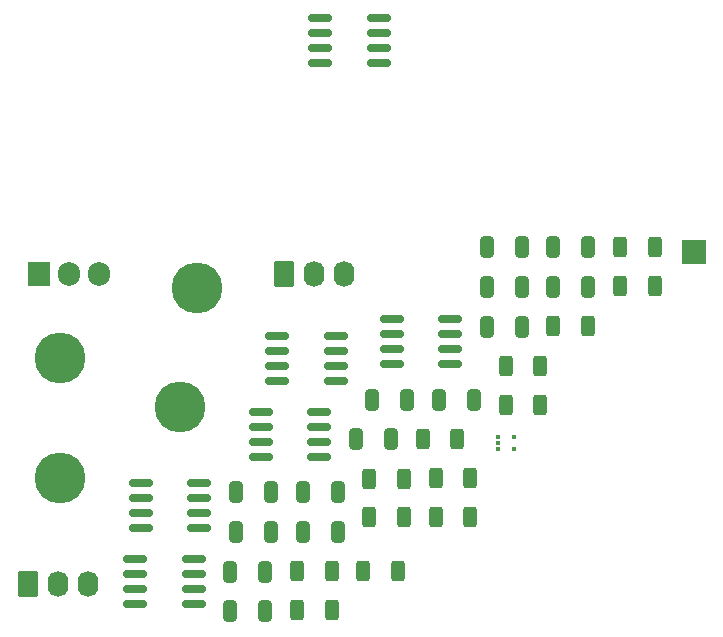
<source format=gbr>
%TF.GenerationSoftware,KiCad,Pcbnew,(6.0.1-0)*%
%TF.CreationDate,2023-01-23T11:43:20-05:00*%
%TF.ProjectId,Bias Coil Driver Full,42696173-2043-46f6-996c-204472697665,rev?*%
%TF.SameCoordinates,Original*%
%TF.FileFunction,Soldermask,Top*%
%TF.FilePolarity,Negative*%
%FSLAX46Y46*%
G04 Gerber Fmt 4.6, Leading zero omitted, Abs format (unit mm)*
G04 Created by KiCad (PCBNEW (6.0.1-0)) date 2023-01-23 11:43:20*
%MOMM*%
%LPD*%
G01*
G04 APERTURE LIST*
G04 Aperture macros list*
%AMRoundRect*
0 Rectangle with rounded corners*
0 $1 Rounding radius*
0 $2 $3 $4 $5 $6 $7 $8 $9 X,Y pos of 4 corners*
0 Add a 4 corners polygon primitive as box body*
4,1,4,$2,$3,$4,$5,$6,$7,$8,$9,$2,$3,0*
0 Add four circle primitives for the rounded corners*
1,1,$1+$1,$2,$3*
1,1,$1+$1,$4,$5*
1,1,$1+$1,$6,$7*
1,1,$1+$1,$8,$9*
0 Add four rect primitives between the rounded corners*
20,1,$1+$1,$2,$3,$4,$5,0*
20,1,$1+$1,$4,$5,$6,$7,0*
20,1,$1+$1,$6,$7,$8,$9,0*
20,1,$1+$1,$8,$9,$2,$3,0*%
G04 Aperture macros list end*
%ADD10RoundRect,0.250000X-0.325000X-0.650000X0.325000X-0.650000X0.325000X0.650000X-0.325000X0.650000X0*%
%ADD11RoundRect,0.250000X-0.620000X-0.845000X0.620000X-0.845000X0.620000X0.845000X-0.620000X0.845000X0*%
%ADD12O,1.740000X2.190000*%
%ADD13C,4.300000*%
%ADD14RoundRect,0.150000X-0.825000X-0.150000X0.825000X-0.150000X0.825000X0.150000X-0.825000X0.150000X0*%
%ADD15R,0.450000X0.300000*%
%ADD16R,1.905000X2.000000*%
%ADD17O,1.905000X2.000000*%
%ADD18RoundRect,0.250000X-0.312500X-0.625000X0.312500X-0.625000X0.312500X0.625000X-0.312500X0.625000X0*%
%ADD19R,2.000000X2.000000*%
G04 APERTURE END LIST*
D10*
%TO.C,C1*%
X86925000Y-65555000D03*
X89875000Y-65555000D03*
%TD*%
%TO.C,C12*%
X86445000Y-75605000D03*
X89395000Y-75605000D03*
%TD*%
%TO.C,C11*%
X108145000Y-48155000D03*
X111095000Y-48155000D03*
%TD*%
%TO.C,C10*%
X92575000Y-65555000D03*
X95525000Y-65555000D03*
%TD*%
%TO.C,C9*%
X108145000Y-44805000D03*
X111095000Y-44805000D03*
%TD*%
%TO.C,C8*%
X86925000Y-68905000D03*
X89875000Y-68905000D03*
%TD*%
%TO.C,C7*%
X104125000Y-57705000D03*
X107075000Y-57705000D03*
%TD*%
%TO.C,C6*%
X86445000Y-72255000D03*
X89395000Y-72255000D03*
%TD*%
%TO.C,C5*%
X98475000Y-57705000D03*
X101425000Y-57705000D03*
%TD*%
%TO.C,C4*%
X108145000Y-51505000D03*
X111095000Y-51505000D03*
%TD*%
%TO.C,C3*%
X113795000Y-48155000D03*
X116745000Y-48155000D03*
%TD*%
%TO.C,C2*%
X92575000Y-68905000D03*
X95525000Y-68905000D03*
%TD*%
%TO.C,C13*%
X97075000Y-61055000D03*
X100025000Y-61055000D03*
%TD*%
%TO.C,C14*%
X113795000Y-44805000D03*
X116745000Y-44805000D03*
%TD*%
D11*
%TO.C,J2*%
X90970000Y-47075000D03*
D12*
X93510000Y-47075000D03*
X96050000Y-47075000D03*
%TD*%
D11*
%TO.C,J4*%
X69270000Y-73335000D03*
D12*
X71810000Y-73335000D03*
X74350000Y-73335000D03*
%TD*%
D13*
%TO.C,H3*%
X72050000Y-54165000D03*
%TD*%
%TO.C,H2*%
X83600000Y-48205000D03*
%TD*%
%TO.C,H1*%
X72050000Y-64315000D03*
%TD*%
%TO.C,H4*%
X82200000Y-58355000D03*
%TD*%
D14*
%TO.C,U1*%
X78875000Y-64750000D03*
X78875000Y-66020000D03*
X78875000Y-67290000D03*
X78875000Y-68560000D03*
X83825000Y-68560000D03*
X83825000Y-67290000D03*
X83825000Y-66020000D03*
X83825000Y-64750000D03*
%TD*%
%TO.C,U2*%
X89025000Y-58750000D03*
X89025000Y-60020000D03*
X89025000Y-61290000D03*
X89025000Y-62560000D03*
X93975000Y-62560000D03*
X93975000Y-61290000D03*
X93975000Y-60020000D03*
X93975000Y-58750000D03*
%TD*%
%TO.C,U3*%
X94045000Y-25400000D03*
X94045000Y-26670000D03*
X94045000Y-27940000D03*
X94045000Y-29210000D03*
X98995000Y-29210000D03*
X98995000Y-27940000D03*
X98995000Y-26670000D03*
X98995000Y-25400000D03*
%TD*%
%TO.C,U4*%
X78395000Y-71200000D03*
X78395000Y-72470000D03*
X78395000Y-73740000D03*
X78395000Y-75010000D03*
X83345000Y-75010000D03*
X83345000Y-73740000D03*
X83345000Y-72470000D03*
X83345000Y-71200000D03*
%TD*%
%TO.C,U5*%
X100095000Y-50900000D03*
X100095000Y-52170000D03*
X100095000Y-53440000D03*
X100095000Y-54710000D03*
X105045000Y-54710000D03*
X105045000Y-53440000D03*
X105045000Y-52170000D03*
X105045000Y-50900000D03*
%TD*%
%TO.C,U6*%
X90425000Y-52300000D03*
X90425000Y-53570000D03*
X90425000Y-54840000D03*
X90425000Y-56110000D03*
X95375000Y-56110000D03*
X95375000Y-54840000D03*
X95375000Y-53570000D03*
X95375000Y-52300000D03*
%TD*%
D15*
%TO.C,U8*%
X109100000Y-60885000D03*
X109100000Y-61385000D03*
X109100000Y-61885000D03*
X110500000Y-61885000D03*
X110500000Y-60885000D03*
%TD*%
D16*
%TO.C,U9*%
X70210000Y-47055000D03*
D17*
X72750000Y-47055000D03*
X75290000Y-47055000D03*
%TD*%
D18*
%TO.C,R1*%
X119437500Y-44775000D03*
X122362500Y-44775000D03*
%TD*%
%TO.C,R2*%
X92087500Y-72225000D03*
X95012500Y-72225000D03*
%TD*%
%TO.C,R3*%
X103827500Y-67605000D03*
X106752500Y-67605000D03*
%TD*%
%TO.C,R4*%
X102717500Y-61025000D03*
X105642500Y-61025000D03*
%TD*%
%TO.C,R5*%
X109767500Y-54825000D03*
X112692500Y-54825000D03*
%TD*%
%TO.C,R6*%
X92087500Y-75515000D03*
X95012500Y-75515000D03*
%TD*%
%TO.C,R7*%
X97697500Y-72225000D03*
X100622500Y-72225000D03*
%TD*%
%TO.C,R8*%
X103827500Y-64315000D03*
X106752500Y-64315000D03*
%TD*%
%TO.C,R9*%
X113787500Y-51475000D03*
X116712500Y-51475000D03*
%TD*%
%TO.C,R10*%
X119437500Y-48065000D03*
X122362500Y-48065000D03*
%TD*%
%TO.C,R11*%
X98217500Y-67665000D03*
X101142500Y-67665000D03*
%TD*%
%TO.C,R12*%
X109767500Y-58115000D03*
X112692500Y-58115000D03*
%TD*%
%TO.C,W1*%
X98217500Y-64375000D03*
X101142500Y-64375000D03*
%TD*%
D19*
%TO.C,J5*%
X125730000Y-45155000D03*
%TD*%
M02*

</source>
